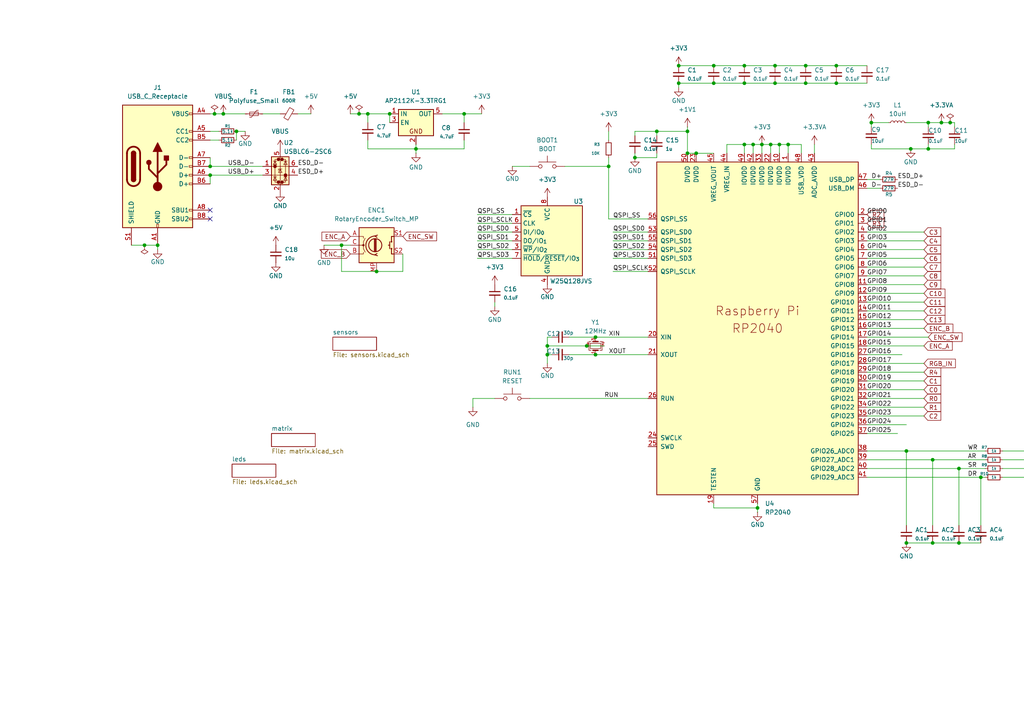
<source format=kicad_sch>
(kicad_sch (version 20250114) (generator "eeschema") (generator_version "9.0")
  (paper "A4")
  (junction (at 220.98 41.91))
  (junction (at 176.53 48.26))
  (junction (at 62.23 33.02))
  (junction (at 215.9 19.05))
  (junction (at 278.13 135.89))
  (junction (at 275.59 35.56))
  (junction (at 215.9 41.91))
  (junction (at 218.44 41.91))
  (junction (at 207.01 19.05))
  (junction (at 242.57 24.13))
  (junction (at 219.71 147.32))
  (junction (at 284.48 138.43))
  (junction (at 106.68 33.02))
  (junction (at 134.62 33.02))
  (junction (at 278.13 157.48))
  (junction (at 60.96 50.8))
  (junction (at 196.85 19.05))
  (junction (at 273.05 35.56))
  (junction (at 223.52 41.91))
  (junction (at 45.72 71.12))
  (junction (at 120.65 43.18))
  (junction (at 172.72 97.79))
  (junction (at 99.06 71.12))
  (junction (at 196.85 24.13))
  (junction (at 269.24 43.18))
  (junction (at 242.57 19.05))
  (junction (at 224.79 24.13))
  (junction (at 158.75 100.33))
  (junction (at 215.9 24.13))
  (junction (at 201.93 44.45))
  (junction (at 104.14 33.02))
  (junction (at 158.75 102.87))
  (junction (at 190.5 38.1))
  (junction (at 60.96 48.26))
  (junction (at 228.6 41.91))
  (junction (at 262.89 157.48))
  (junction (at 199.39 38.1))
  (junction (at 64.77 33.02))
  (junction (at 68.58 38.1))
  (junction (at 226.06 41.91))
  (junction (at 199.39 44.45))
  (junction (at 41.91 71.12))
  (junction (at 233.68 19.05))
  (junction (at 270.51 157.48))
  (junction (at 184.15 45.72))
  (junction (at 109.22 78.74))
  (junction (at 224.79 19.05))
  (junction (at 269.24 35.56))
  (junction (at 270.51 133.35))
  (junction (at 233.68 24.13))
  (junction (at 113.03 33.02))
  (junction (at 172.72 102.87))
  (junction (at 264.16 43.18))
  (junction (at 170.18 100.33))
  (junction (at 207.01 24.13))
  (junction (at 262.89 130.81))
  (junction (at 252.73 35.56))
  (no_connect (at 60.96 60.96))
  (no_connect (at 60.96 63.5))
  (wire (pts (xy 232.41 41.91) (xy 232.41 44.45)))
  (wire (pts (xy 177.8 72.39) (xy 187.96 72.39)))
  (wire (pts (xy 134.62 35.56) (xy 134.62 33.02)))
  (wire (pts (xy 297.18 130.81) (xy 290.83 130.81)))
  (wire (pts (xy 184.15 45.72) (xy 190.5 45.72)))
  (wire (pts (xy 199.39 38.1) (xy 199.39 44.45)))
  (wire (pts (xy 267.97 85.09) (xy 251.46 85.09)))
  (wire (pts (xy 267.97 100.33) (xy 251.46 100.33)))
  (wire (pts (xy 207.01 147.32) (xy 219.71 147.32)))
  (wire (pts (xy 233.68 19.05) (xy 242.57 19.05)))
  (wire (pts (xy 190.5 38.1) (xy 199.39 38.1)))
  (wire (pts (xy 68.58 38.1) (xy 68.58 40.64)))
  (wire (pts (xy 297.18 135.89) (xy 290.83 135.89)))
  (wire (pts (xy 184.15 44.45) (xy 184.15 45.72)))
  (wire (pts (xy 45.72 72.39) (xy 45.72 71.12)))
  (wire (pts (xy 278.13 135.89) (xy 278.13 152.4)))
  (wire (pts (xy 196.85 24.13) (xy 207.01 24.13)))
  (wire (pts (xy 267.97 115.57) (xy 251.46 115.57)))
  (wire (pts (xy 60.96 33.02) (xy 62.23 33.02)))
  (wire (pts (xy 196.85 19.05) (xy 207.01 19.05)))
  (wire (pts (xy 215.9 41.91) (xy 218.44 41.91)))
  (wire (pts (xy 106.68 43.18) (xy 120.65 43.18)))
  (wire (pts (xy 285.75 135.89) (xy 278.13 135.89)))
  (wire (pts (xy 137.16 115.57) (xy 137.16 118.11)))
  (wire (pts (xy 99.06 71.12) (xy 101.6 71.12)))
  (wire (pts (xy 267.97 87.63) (xy 251.46 87.63)))
  (wire (pts (xy 267.97 107.95) (xy 251.46 107.95)))
  (wire (pts (xy 276.86 43.18) (xy 276.86 41.91)))
  (wire (pts (xy 218.44 41.91) (xy 218.44 44.45)))
  (wire (pts (xy 267.97 74.93) (xy 251.46 74.93)))
  (wire (pts (xy 158.75 105.41) (xy 158.75 102.87)))
  (wire (pts (xy 106.68 35.56) (xy 106.68 33.02)))
  (wire (pts (xy 76.2 33.02) (xy 81.28 33.02)))
  (wire (pts (xy 236.22 41.91) (xy 236.22 44.45)))
  (wire (pts (xy 60.96 50.8) (xy 60.96 53.34)))
  (wire (pts (xy 138.43 74.93) (xy 148.59 74.93)))
  (wire (pts (xy 170.18 100.33) (xy 175.26 100.33)))
  (wire (pts (xy 109.22 78.74) (xy 116.84 78.74)))
  (wire (pts (xy 99.06 78.74) (xy 99.06 71.12)))
  (wire (pts (xy 160.02 102.87) (xy 158.75 102.87)))
  (wire (pts (xy 269.24 35.56) (xy 273.05 35.56)))
  (wire (pts (xy 267.97 113.03) (xy 251.46 113.03)))
  (wire (pts (xy 285.75 130.81) (xy 262.89 130.81)))
  (wire (pts (xy 267.97 95.25) (xy 251.46 95.25)))
  (wire (pts (xy 153.67 115.57) (xy 187.96 115.57)))
  (wire (pts (xy 270.51 157.48) (xy 278.13 157.48)))
  (wire (pts (xy 220.98 41.91) (xy 223.52 41.91)))
  (wire (pts (xy 251.46 52.07) (xy 255.27 52.07)))
  (wire (pts (xy 278.13 157.48) (xy 284.48 157.48)))
  (wire (pts (xy 60.96 50.8) (xy 76.2 50.8)))
  (wire (pts (xy 177.8 78.74) (xy 187.96 78.74)))
  (wire (pts (xy 252.73 43.18) (xy 264.16 43.18)))
  (wire (pts (xy 163.83 48.26) (xy 176.53 48.26)))
  (wire (pts (xy 210.82 41.91) (xy 215.9 41.91)))
  (wire (pts (xy 138.43 69.85) (xy 148.59 69.85)))
  (wire (pts (xy 199.39 44.45) (xy 201.93 44.45)))
  (wire (pts (xy 219.71 147.32) (xy 219.71 146.05)))
  (wire (pts (xy 177.8 69.85) (xy 187.96 69.85)))
  (wire (pts (xy 120.65 44.45) (xy 120.65 43.18)))
  (wire (pts (xy 128.27 33.02) (xy 134.62 33.02)))
  (wire (pts (xy 267.97 69.85) (xy 251.46 69.85)))
  (wire (pts (xy 207.01 147.32) (xy 207.01 146.05)))
  (wire (pts (xy 267.97 120.65) (xy 251.46 120.65)))
  (wire (pts (xy 273.05 35.56) (xy 275.59 35.56)))
  (wire (pts (xy 269.24 43.18) (xy 276.86 43.18)))
  (wire (pts (xy 138.43 62.23) (xy 148.59 62.23)))
  (wire (pts (xy 269.24 36.83) (xy 269.24 35.56)))
  (wire (pts (xy 138.43 72.39) (xy 148.59 72.39)))
  (wire (pts (xy 158.75 97.79) (xy 158.75 100.33)))
  (wire (pts (xy 223.52 41.91) (xy 223.52 44.45)))
  (wire (pts (xy 262.89 35.56) (xy 269.24 35.56)))
  (wire (pts (xy 267.97 82.55) (xy 251.46 82.55)))
  (wire (pts (xy 270.51 133.35) (xy 270.51 152.4)))
  (wire (pts (xy 143.51 115.57) (xy 137.16 115.57)))
  (wire (pts (xy 93.98 71.12) (xy 99.06 71.12)))
  (wire (pts (xy 260.35 125.73) (xy 251.46 125.73)))
  (wire (pts (xy 177.8 67.31) (xy 187.96 67.31)))
  (wire (pts (xy 284.48 138.43) (xy 251.46 138.43)))
  (wire (pts (xy 228.6 41.91) (xy 228.6 44.45)))
  (wire (pts (xy 106.68 33.02) (xy 113.03 33.02)))
  (wire (pts (xy 64.77 33.02) (xy 71.12 33.02)))
  (wire (pts (xy 267.97 80.01) (xy 251.46 80.01)))
  (wire (pts (xy 262.89 130.81) (xy 262.89 152.4)))
  (wire (pts (xy 267.97 77.47) (xy 251.46 77.47)))
  (wire (pts (xy 262.89 130.81) (xy 251.46 130.81)))
  (wire (pts (xy 284.48 138.43) (xy 284.48 152.4)))
  (wire (pts (xy 106.68 40.64) (xy 106.68 43.18)))
  (wire (pts (xy 138.43 64.77) (xy 148.59 64.77)))
  (wire (pts (xy 228.6 41.91) (xy 232.41 41.91)))
  (wire (pts (xy 199.39 36.83) (xy 199.39 38.1)))
  (wire (pts (xy 158.75 102.87) (xy 158.75 100.33)))
  (wire (pts (xy 297.18 138.43) (xy 290.83 138.43)))
  (wire (pts (xy 62.23 33.02) (xy 64.77 33.02)))
  (wire (pts (xy 262.89 123.19) (xy 251.46 123.19)))
  (wire (pts (xy 177.8 74.93) (xy 187.96 74.93)))
  (wire (pts (xy 165.1 97.79) (xy 172.72 97.79)))
  (wire (pts (xy 120.65 43.18) (xy 134.62 43.18)))
  (wire (pts (xy 184.15 38.1) (xy 190.5 38.1)))
  (wire (pts (xy 60.96 40.64) (xy 63.5 40.64)))
  (wire (pts (xy 41.91 71.12) (xy 45.72 71.12)))
  (wire (pts (xy 267.97 90.17) (xy 251.46 90.17)))
  (wire (pts (xy 71.12 38.1) (xy 68.58 38.1)))
  (wire (pts (xy 116.84 78.74) (xy 116.84 73.66)))
  (wire (pts (xy 109.22 78.74) (xy 99.06 78.74)))
  (wire (pts (xy 267.97 67.31) (xy 251.46 67.31)))
  (wire (pts (xy 224.79 19.05) (xy 233.68 19.05)))
  (wire (pts (xy 143.51 87.63) (xy 143.51 88.9)))
  (wire (pts (xy 60.96 45.72) (xy 60.96 48.26)))
  (wire (pts (xy 267.97 105.41) (xy 251.46 105.41)))
  (wire (pts (xy 176.53 38.1) (xy 176.53 40.64)))
  (wire (pts (xy 285.75 138.43) (xy 284.48 138.43)))
  (wire (pts (xy 267.97 110.49) (xy 251.46 110.49)))
  (wire (pts (xy 207.01 24.13) (xy 215.9 24.13)))
  (wire (pts (xy 285.75 133.35) (xy 270.51 133.35)))
  (wire (pts (xy 176.53 48.26) (xy 176.53 45.72)))
  (wire (pts (xy 267.97 92.71) (xy 251.46 92.71)))
  (wire (pts (xy 210.82 41.91) (xy 210.82 44.45)))
  (wire (pts (xy 267.97 118.11) (xy 251.46 118.11)))
  (wire (pts (xy 278.13 135.89) (xy 251.46 135.89)))
  (wire (pts (xy 60.96 38.1) (xy 63.5 38.1)))
  (wire (pts (xy 158.75 100.33) (xy 170.18 100.33)))
  (wire (pts (xy 264.16 43.18) (xy 269.24 43.18)))
  (wire (pts (xy 215.9 41.91) (xy 215.9 44.45)))
  (wire (pts (xy 215.9 19.05) (xy 224.79 19.05)))
  (wire (pts (xy 190.5 38.1) (xy 190.5 39.37)))
  (wire (pts (xy 219.71 148.59) (xy 219.71 147.32)))
  (wire (pts (xy 276.86 35.56) (xy 275.59 35.56)))
  (wire (pts (xy 262.89 157.48) (xy 270.51 157.48)))
  (wire (pts (xy 138.43 67.31) (xy 148.59 67.31)))
  (wire (pts (xy 297.18 133.35) (xy 290.83 133.35)))
  (wire (pts (xy 226.06 41.91) (xy 228.6 41.91)))
  (wire (pts (xy 101.6 33.02) (xy 104.14 33.02)))
  (wire (pts (xy 104.14 33.02) (xy 106.68 33.02)))
  (wire (pts (xy 134.62 40.64) (xy 134.62 43.18)))
  (wire (pts (xy 242.57 19.05) (xy 251.46 19.05)))
  (wire (pts (xy 134.62 33.02) (xy 139.7 33.02)))
  (wire (pts (xy 196.85 25.4) (xy 196.85 24.13)))
  (wire (pts (xy 113.03 33.02) (xy 113.03 35.56)))
  (wire (pts (xy 267.97 72.39) (xy 251.46 72.39)))
  (wire (pts (xy 270.51 133.35) (xy 251.46 133.35)))
  (wire (pts (xy 176.53 63.5) (xy 187.96 63.5)))
  (wire (pts (xy 158.75 97.79) (xy 160.02 97.79)))
  (wire (pts (xy 252.73 35.56) (xy 257.81 35.56)))
  (wire (pts (xy 165.1 102.87) (xy 172.72 102.87)))
  (wire (pts (xy 220.98 41.91) (xy 220.98 44.45)))
  (wire (pts (xy 215.9 24.13) (xy 224.79 24.13)))
  (wire (pts (xy 184.15 38.1) (xy 184.15 39.37)))
  (wire (pts (xy 261.62 102.87) (xy 251.46 102.87)))
  (wire (pts (xy 251.46 54.61) (xy 255.27 54.61)))
  (wire (pts (xy 201.93 44.45) (xy 207.01 44.45)))
  (wire (pts (xy 269.24 97.79) (xy 251.46 97.79)))
  (wire (pts (xy 172.72 97.79) (xy 187.96 97.79)))
  (wire (pts (xy 223.52 41.91) (xy 226.06 41.91)))
  (wire (pts (xy 233.68 24.13) (xy 242.57 24.13)))
  (wire (pts (xy 120.65 43.18) (xy 120.65 41.91)))
  (wire (pts (xy 226.06 41.91) (xy 226.06 44.45)))
  (wire (pts (xy 218.44 41.91) (xy 220.98 41.91)))
  (wire (pts (xy 252.73 43.18) (xy 252.73 41.91)))
  (wire (pts (xy 224.79 24.13) (xy 233.68 24.13)))
  (wire (pts (xy 242.57 24.13) (xy 251.46 24.13)))
  (wire (pts (xy 207.01 19.05) (xy 215.9 19.05)))
  (wire (pts (xy 60.96 48.26) (xy 76.2 48.26)))
  (wire (pts (xy 252.73 35.56) (xy 252.73 36.83)))
  (wire (pts (xy 176.53 63.5) (xy 176.53 48.26)))
  (wire (pts (xy 269.24 43.18) (xy 269.24 41.91)))
  (wire (pts (xy 172.72 102.87) (xy 187.96 102.87)))
  (wire (pts (xy 38.1 71.12) (xy 41.91 71.12)))
  (wire (pts (xy 276.86 36.83) (xy 276.86 35.56)))
  (wire (pts (xy 148.59 48.26) (xy 153.67 48.26)))
  (wire (pts (xy 190.5 44.45) (xy 190.5 45.72)))
  (wire (pts (xy 90.17 33.02) (xy 86.36 33.02)))
  (label "QSPI_SCLK" (at 138.43 64.77 0))
  (label "GPIO21" (at 251.46 115.57 0))
  (label "WR" (at 280.67 130.81 0))
  (label "ESD_D-" (at 260.35 54.61 0))
  (label "ESD_D-" (at 86.36 48.26 0))
  (label "AR" (at 280.67 133.35 0))
  (label "GPIO1" (at 251.46 64.77 0))
  (label "D+" (at 252.73 52.07 0))
  (label "GPIO15" (at 251.46 100.33 0))
  (label "QSPI_SCLK" (at 177.8 78.74 0))
  (label "ESD_D+" (at 86.36 50.8 0))
  (label "QSPI_SS" (at 177.8 63.5 0))
  (label "GPIO20" (at 251.46 113.03 0))
  (label "GPIO0" (at 251.46 62.23 0))
  (label "RUN" (at 175.26 115.57 0))
  (label "ESD_D+" (at 260.35 52.07 0))
  (label "GPIO17" (at 251.46 105.41 0))
  (label "GPIO25" (at 251.46 125.73 0))
  (label "GPIO11" (at 251.46 90.17 0))
  (label "QSPI_SD0" (at 177.8 67.31 0))
  (label "SR" (at 280.67 135.89 0))
  (label "D-" (at 252.73 54.61 0))
  (label "GPIO14" (at 251.46 97.79 0))
  (label "GPIO10" (at 251.46 87.63 0))
  (label "GPIO13" (at 251.46 95.25 0))
  (label "XIN" (at 176.53 97.79 0))
  (label "GPIO22" (at 251.46 118.11 0))
  (label "QSPI_SS" (at 138.43 62.23 0))
  (label "GPIO3" (at 251.46 69.85 0))
  (label "GPIO9" (at 251.46 85.09 0))
  (label "QPSI_SD3" (at 177.8 74.93 0))
  (label "GPIO24" (at 251.46 123.19 0))
  (label "GPIO8" (at 251.46 82.55 0))
  (label "GPIO12" (at 251.46 92.71 0))
  (label "QSPI_SD1" (at 177.8 69.85 0))
  (label "QSPI_SD2" (at 138.43 72.39 0))
  (label "GPIO7" (at 251.46 80.01 0))
  (label "USB_D-" (at 66.04 48.26 0))
  (label "QPSI_SD3" (at 138.43 74.93 0))
  (label "DR" (at 280.67 138.43 0))
  (label "GPIO19" (at 251.46 110.49 0))
  (label "GPIO23" (at 251.46 120.65 0))
  (label "GPIO5" (at 251.46 74.93 0))
  (label "GPIO18" (at 251.46 107.95 0))
  (label "XOUT" (at 176.53 102.87 0))
  (label "USB_D+" (at 66.04 50.8 0))
  (label "QSPI_SD1" (at 138.43 69.85 0))
  (label "QSPI_SD2" (at 177.8 72.39 0))
  (label "GPIO2" (at 251.46 67.31 0))
  (label "GPIO16" (at 251.46 102.87 0))
  (label "GPIO4" (at 251.46 72.39 0))
  (label "GPIO6" (at 251.46 77.47 0))
  (label "QSPI_SD0" (at 138.43 67.31 0))
  (global_label "C8" (shape input) (at 267.97 80.01 0) (property "Intersheetrefs" "${INTERSHEET_REFS}" (effects (hide yes))))
  (global_label "ENC_B" (shape input) (at 267.97 95.25 0) (property "Intersheetrefs" "${INTERSHEET_REFS}" (effects (hide yes))))
  (global_label "C9" (shape input) (at 267.97 82.55 0) (property "Intersheetrefs" "${INTERSHEET_REFS}" (effects (hide yes))))
  (global_label "R0" (shape input) (at 267.97 115.57 0) (property "Intersheetrefs" "${INTERSHEET_REFS}" (effects (hide yes))))
  (global_label "HE3_S" (shape input) (at 297.18 135.89 0) (property "Intersheetrefs" "${INTERSHEET_REFS}" (effects (hide yes))))
  (global_label "R2" (shape input) (at 251.46 62.23 0) (property "Intersheetrefs" "${INTERSHEET_REFS}" (effects (hide yes))))
  (global_label "C1" (shape input) (at 267.97 110.49 0) (property "Intersheetrefs" "${INTERSHEET_REFS}" (effects (hide yes))))
  (global_label "ENC_B" (shape input) (at 101.6 73.66 180) (property "Intersheetrefs" "${INTERSHEET_REFS}" (effects (hide yes))))
  (global_label "C5" (shape input) (at 267.97 72.39 0) (property "Intersheetrefs" "${INTERSHEET_REFS}" (effects (hide yes))))
  (global_label "HE4_D" (shape input) (at 297.18 138.43 0) (property "Intersheetrefs" "${INTERSHEET_REFS}" (effects (hide yes))))
  (global_label "C2" (shape input) (at 267.97 120.65 0) (property "Intersheetrefs" "${INTERSHEET_REFS}" (effects (hide yes))))
  (global_label "ENC_SW" (shape input) (at 269.24 97.79 0) (property "Intersheetrefs" "${INTERSHEET_REFS}" (effects (hide yes))))
  (global_label "ENC_A" (shape input) (at 267.97 100.33 0) (property "Intersheetrefs" "${INTERSHEET_REFS}" (effects (hide yes))))
  (global_label "RGB_IN" (shape input) (at 267.97 105.41 0) (property "Intersheetrefs" "${INTERSHEET_REFS}" (effects (hide yes))))
  (global_label "C3" (shape input) (at 267.97 67.31 0) (property "Intersheetrefs" "${INTERSHEET_REFS}" (effects (hide yes))))
  (global_label "C10" (shape input) (at 267.97 85.09 0) (property "Intersheetrefs" "${INTERSHEET_REFS}" (effects (hide yes))))
  (global_label "C13" (shape input) (at 267.97 92.71 0) (property "Intersheetrefs" "${INTERSHEET_REFS}" (effects (hide yes))))
  (global_label "HE1_W" (shape input) (at 297.18 130.81 0) (property "Intersheetrefs" "${INTERSHEET_REFS}" (effects (hide yes))))
  (global_label "R1" (shape input) (at 267.97 118.11 0) (property "Intersheetrefs" "${INTERSHEET_REFS}" (effects (hide yes))))
  (global_label "R3" (shape input) (at 251.46 64.77 0) (property "Intersheetrefs" "${INTERSHEET_REFS}" (effects (hide yes))))
  (global_label "C6" (shape input) (at 267.97 74.93 0) (property "Intersheetrefs" "${INTERSHEET_REFS}" (effects (hide yes))))
  (global_label "C12" (shape input) (at 267.97 90.17 0) (property "Intersheetrefs" "${INTERSHEET_REFS}" (effects (hide yes))))
  (global_label "C11" (shape input) (at 267.97 87.63 0) (property "Intersheetrefs" "${INTERSHEET_REFS}" (effects (hide yes))))
  (global_label "ENC_A" (shape input) (at 101.6 68.58 180) (property "Intersheetrefs" "${INTERSHEET_REFS}" (effects (hide yes))))
  (global_label "R4" (shape input) (at 267.97 107.95 0) (property "Intersheetrefs" "${INTERSHEET_REFS}" (effects (hide yes))))
  (global_label "HE2_A" (shape input) (at 297.18 133.35 0) (property "Intersheetrefs" "${INTERSHEET_REFS}" (effects (hide yes))))
  (global_label "C4" (shape input) (at 267.97 69.85 0) (property "Intersheetrefs" "${INTERSHEET_REFS}" (effects (hide yes))))
  (global_label "C7" (shape input) (at 267.97 77.47 0) (property "Intersheetrefs" "${INTERSHEET_REFS}" (effects (hide yes))))
  (global_label "ENC_SW" (shape input) (at 116.84 68.58 0) (property "Intersheetrefs" "${INTERSHEET_REFS}" (effects (hide yes))))
  (global_label "C0" (shape input) (at 267.97 113.03 0) (property "Intersheetrefs" "${INTERSHEET_REFS}" (effects (hide yes))))
  (symbol (lib_id "PCM_Voltage_Regulator_AKL:AP2112K-3.3TRG1") (at 120.65 35.56 0) (unit 1)
    (property "Reference" "U1" (at 120.65 26.67 0))
    (property "Value" "AP2112K-3.3TRG1" (at 120.65 29.21 0))
    (property "Footprint" "PCM_Package_TO_SOT_SMD_AKL:SOT-23-5" (effects (hide yes)))
    (property "Datasheet" "https://www.diodes.com/assets/Datasheets/AP2112.pdf" (effects (hide yes)))
    (property "Description" "SOT-23-5 3.3V 600mA low dropout voltage regulator with enable, Alternate KiCad Library" (effects (hide yes)))
  )
  (symbol (lib_id "PCM_4ms_Power-symbol:+3.3V") (at 158.75 57.15 0) (unit 1)
    (property "Reference" "#PWR019" (effects (hide yes)))
    (property "Value" "+3V3" (at 158.75 52.07 0))
  )
  (symbol (lib_id "Mars_Library:C_0.1uF_0402") (at 143.51 85.09 0) (unit 1)
    (property "Reference" "C16" (at 146.05 83.8262 0) (effects (justify left)))
    (property "Value" "0.1uF" (at 146.05 86.3663 0) (effects (font (size 1 1)) (justify left)))
    (property "Footprint" "Mars_Library:C_0402" (effects (hide yes)))
    (property "Description" "Unpolarized capacitor, small symbol" (effects (hide yes)))
  )
  (symbol (lib_id "power:GND") (at 158.75 105.41 0) (unit 1)
    (property "Reference" "#PWR022" (effects (hide yes)))
    (property "Value" "GND" (at 158.75 108.966 0))
    (property "Description" "Power symbol creates a global label with name \"GND\" , ground" (effects (hide yes)))
  )
  (symbol (lib_id "Mars_Library:FerriteBead_0805") (at 83.82 33.02 90) (unit 1)
    (property "Reference" "FB1" (at 83.7819 26.67 90))
    (property "Value" "600R" (at 83.7819 29.21 90) (effects (font (size 1 1))))
    (property "Footprint" "Mars_Library:Ferrite_0805" (effects (hide yes)))
    (property "Description" "Ferrite bead, small symbol" (effects (hide yes)))
  )
  (symbol (lib_id "Mars_Library:R_0402") (at 288.29 138.43 90) (unit 1)
    (property "Reference" "R10" (at 285.496 137.414 90) (effects (font (size 0.8 0.8))))
    (property "Value" "1k" (at 288.29 138.43 90) (effects (font (size 0.8 0.8))))
    (property "Footprint" "Mars_Library:R_0402" (effects (hide yes)))
    (property "Description" "Resistor, small symbol" (effects (hide yes)))
  )
  (symbol (lib_id "Mars_Library:C_0.1uF_0402") (at 224.79 21.59 0) (unit 1)
    (property "Reference" "C4" (at 227.33 20.3262 0) (effects (justify left)))
    (property "Value" "0.1uF" (at 227.33 22.8663 0) (effects (font (size 1 1)) (justify left)))
    (property "Footprint" "Mars_Library:C_0402" (effects (hide yes)))
    (property "Description" "Unpolarized capacitor, small symbol" (effects (hide yes)))
  )
  (symbol (lib_id "power:GND") (at 158.75 82.55 0) (unit 1)
    (property "Reference" "#PWR021" (effects (hide yes)))
    (property "Value" "GND" (at 158.75 86.106 0))
    (property "Description" "Power symbol creates a global label with name \"GND\" , ground" (effects (hide yes)))
  )
  (symbol (lib_id "Mars_Library:R_0603") (at 176.53 43.18 0) (mirror y) (unit 1)
    (property "Reference" "R3" (at 173.99 41.91 0) (effects (font (size 0.8 0.8)) (justify left)))
    (property "Value" "10K" (at 173.99 44.45 0) (effects (font (size 0.8 0.8)) (justify left)))
    (property "Footprint" "Mars_Library:R_0603" (effects (hide yes)))
    (property "Description" "Resistor, small symbol" (effects (hide yes)))
  )
  (symbol (lib_id "Mars_Library:C_0.1uF_0402") (at 242.57 21.59 0) (unit 1)
    (property "Reference" "C6" (at 245.11 20.3262 0) (effects (justify left)))
    (property "Value" "0.1uF" (at 245.11 22.8663 0) (effects (font (size 1 1)) (justify left)))
    (property "Footprint" "Mars_Library:C_0402" (effects (hide yes)))
    (property "Description" "Unpolarized capacitor, small symbol" (effects (hide yes)))
  )
  (symbol (lib_id "PCM_4ms_Power-symbol:+3.3V") (at 220.98 41.91 0) (unit 1)
    (property "Reference" "#PWR012" (effects (hide yes)))
    (property "Value" "+3V3" (at 220.98 36.83 0))
  )
  (symbol (lib_id "Mars_Library:R_5.1k_0603") (at 66.04 38.1 90) (unit 1)
    (property "Reference" "R1" (at 66.04 36.576 90) (effects (font (size 0.8 0.8))))
    (property "Value" "5.1k" (at 66.04 38.1 90) (effects (font (size 1 1))))
    (property "Footprint" "Mars_Library:R_0603" (effects (hide yes)))
    (property "Description" "Resistor, small symbol" (effects (hide yes)))
  )
  (symbol (lib_id "Mars_Library:R_0402") (at 288.29 135.89 90) (unit 1)
    (property "Reference" "R9" (at 285.496 134.874 90) (effects (font (size 0.8 0.8))))
    (property "Value" "1k" (at 288.29 135.89 90) (effects (font (size 0.8 0.8))))
    (property "Footprint" "Mars_Library:R_0402" (effects (hide yes)))
    (property "Description" "Resistor, small symbol" (effects (hide yes)))
  )
  (symbol (lib_id "power:GND") (at 184.15 45.72 0) (mirror y) (unit 1)
    (property "Reference" "#PWR0203" (effects (hide yes)))
    (property "Value" "GND" (at 184.15 49.53 0))
    (property "Description" "Power symbol creates a global label with name \"GND\" , ground" (effects (hide yes)))
  )
  (symbol (lib_id "power:VBUS") (at 64.77 33.02 0) (unit 1)
    (property "Reference" "#PWR03" (effects (hide yes)))
    (property "Value" "VBUS" (at 64.77 27.94 0))
    (property "Description" "Power symbol creates a global label with name \"VBUS\"" (effects (hide yes)))
  )
  (symbol (lib_id "Mars_Library:USB_C_Receptacle_USB2.0_16P") (at 45.72 48.26 0) (unit 1)
    (property "Reference" "J1" (at 45.72 25.4 0))
    (property "Value" "USB_C_Receptacle" (at 45.72 27.94 0))
    (property "Footprint" "Mars_Library:USB_C_Receptacle_HRO_TYPE-C-31-M-12 (16P)" (effects (hide yes)))
    (property "Datasheet" "https://www.usb.org/sites/default/files/documents/usb_type-c.zip" (effects (hide yes)))
    (property "Description" "USB 2.0-only 16P Type-C Receptacle connector" (effects (hide yes)))
  )
  (symbol (lib_id "power:GND") (at 264.16 43.18 0) (unit 1)
    (property "Reference" "#PWR015" (effects (hide yes)))
    (property "Value" "GND" (at 264.16 46.99 0))
    (property "Description" "Power symbol creates a global label with name \"GND\" , ground" (effects (hide yes)))
  )
  (symbol (lib_id "power:GND") (at 71.12 38.1 0) (unit 1)
    (property "Reference" "#PWR09" (effects (hide yes)))
    (property "Value" "GND" (at 71.12 41.656 0))
    (property "Description" "Power symbol creates a global label with name \"GND\" , ground" (effects (hide yes)))
  )
  (symbol (lib_id "Mars_Library:C_0603") (at 162.56 97.79 90) (unit 1)
    (property "Reference" "C12" (at 160.528 96.774 90))
    (property "Value" "30p" (at 164.846 96.52 90) (effects (font (size 1 1))))
    (property "Footprint" "Capacitor_SMD:C_0603_1608Metric_Pad1.08x0.95mm_HandSolder" (effects (hide yes)))
    (property "Description" "Unpolarized capacitor, small symbol" (effects (hide yes)))
  )
  (symbol (lib_id "Mars_Library:C_0603") (at 269.24 39.37 0) (unit 1)
    (property "Reference" "C10" (at 269.24 37.846 0) (effects (justify left)))
    (property "Value" "0.1uF" (at 269.24 40.8941 0) (effects (font (size 1 1)) (justify left)))
    (property "Footprint" "Capacitor_SMD:C_0603_1608Metric_Pad1.08x0.95mm_HandSolder" (effects (hide yes)))
    (property "Description" "Unpolarized capacitor, small symbol" (effects (hide yes)))
  )
  (symbol (lib_id "Mars_Library:C_0.1uF_0402") (at 196.85 21.59 0) (unit 1)
    (property "Reference" "C1" (at 199.39 20.3262 0) (effects (justify left)))
    (property "Value" "0.1uF" (at 199.39 22.8663 0) (effects (font (size 1 1)) (justify left)))
    (property "Footprint" "Mars_Library:C_0402" (effects (hide yes)))
    (property "Description" "Unpolarized capacitor, small symbol" (effects (hide yes)))
  )
  (symbol (lib_id "Mars_Library:C_0805") (at 134.62 38.1 0) (unit 1)
    (property "Reference" "C8" (at 128.016 37.084 0) (effects (justify left)))
    (property "Value" "4.7uF" (at 127.508 39.6241 0) (effects (font (size 1 1)) (justify left)))
    (property "Footprint" "Capacitor_SMD:C_0805_2012Metric" (effects (hide yes)))
    (property "Description" "Unpolarized capacitor, small symbol" (effects (hide yes)))
  )
  (symbol (lib_id "Mars_Library:RP2040") (at 219.71 95.25 0) (unit 1)
    (property "Reference" "U4" (at 221.8533 146.05 0) (effects (justify left)))
    (property "Value" "RP2040" (at 221.8533 148.59 0) (effects (justify left)))
    (property "Footprint" "Package_DFN_QFN:QFN-56-1EP_7x7mm_P0.4mm_EP3.2x3.2mm" (effects (hide yes)))
  )
  (symbol (lib_id "PCM_4ms_Power-symbol:+3.3V") (at 252.73 35.56 0) (unit 1)
    (property "Reference" "#PWR07" (effects (hide yes)))
    (property "Value" "+3V3" (at 252.73 30.48 0))
  )
  (symbol (lib_id "Mars_Library:SW_Push_Momentary") (at 148.59 115.57 0) (unit 1)
    (property "Reference" "RUN1" (at 148.59 107.95 0))
    (property "Value" "RESET" (at 148.59 110.49 0))
    (property "Footprint" "Button_Switch_SMD:SW_SPST_EVQP2_MiddlePushTravel_H2.5mm" (effects (hide yes)))
    (property "Description" "Push button switch, generic, two pins" (effects (hide yes)))
  )
  (symbol (lib_id "Mars_Library:C_0.1uF_0402") (at 278.13 154.94 0) (unit 1)
    (property "Reference" "AC3" (at 280.67 153.6762 0) (effects (justify left)))
    (property "Value" "0.1uF" (at 280.67 156.2163 0) (effects (font (size 1 1)) (justify left)))
    (property "Footprint" "Mars_Library:C_0402" (effects (hide yes)))
    (property "Description" "Unpolarized capacitor, small symbol" (effects (hide yes)))
  )
  (symbol (lib_id "PCM_4ms_Power-symbol:+3.3V") (at 139.7 33.02 0) (unit 1)
    (property "Reference" "#PWR06" (effects (hide yes)))
    (property "Value" "+3V3" (at 139.7 27.94 0))
  )
  (symbol (lib_id "power:+5V") (at 80.01 71.12 0) (unit 1)
    (property "Reference" "#PWR0165" (effects (hide yes)))
    (property "Value" "+5V" (at 80.01 66.04 0))
    (property "Description" "Power symbol creates a global label with name \"+5V\"" (effects (hide yes)))
  )
  (symbol (lib_id "Mars_Library:C_0.1uF_0402") (at 184.15 41.91 0) (unit 1)
    (property "Reference" "C14" (at 186.69 40.6462 0) (effects (justify left)))
    (property "Value" "0.1uF" (at 186.69 43.1863 0) (effects (font (size 1 1)) (justify left)))
    (property "Footprint" "Mars_Library:C_0402" (effects (hide yes)))
    (property "Description" "Unpolarized capacitor, small symbol" (effects (hide yes)))
  )
  (symbol (lib_id "Mars_Library:L_10uH_0805") (at 260.35 35.56 90) (unit 1)
    (property "Reference" "L1" (at 260.35 30.48 90))
    (property "Value" "10uH" (at 260.35 33.02 90))
    (property "Footprint" "Inductor_SMD:L_0805_2012Metric" (effects (hide yes)))
    (property "Description" "Inductor, small symbol" (effects (hide yes)))
  )
  (symbol (lib_id "Mars_Library:C_0805") (at 106.68 38.1 0) (unit 1)
    (property "Reference" "C7" (at 109.22 36.8362 0) (effects (justify left)))
    (property "Value" "4.7uF" (at 109.22 39.3763 0) (effects (font (size 1 1)) (justify left)))
    (property "Footprint" "Capacitor_SMD:C_0805_2012Metric" (effects (hide yes)))
    (property "Description" "Unpolarized capacitor, small symbol" (effects (hide yes)))
  )
  (symbol (lib_id "Mars_Library:C_0.1uF_0402") (at 190.5 41.91 0) (unit 1)
    (property "Reference" "C15" (at 193.04 40.6462 0) (effects (justify left)))
    (property "Value" "1u" (at 193.04 43.1863 0) (effects (font (size 1 1)) (justify left)))
    (property "Footprint" "Mars_Library:C_0402" (effects (hide yes)))
    (property "Description" "Unpolarized capacitor, small symbol" (effects (hide yes)))
  )
  (symbol (lib_id "Mars_Library:C_0603") (at 252.73 39.37 0) (unit 1)
    (property "Reference" "C9" (at 252.73 37.592 0) (effects (justify left)))
    (property "Value" "10uF" (at 252.73 40.894 0) (effects (font (size 1 1)) (justify left)))
    (property "Footprint" "Capacitor_SMD:C_0603_1608Metric_Pad1.08x0.95mm_HandSolder" (effects (hide yes)))
    (property "Description" "Unpolarized capacitor, small symbol" (effects (hide yes)))
  )
  (symbol (lib_id "PCM_4ms_Power-symbol:+3.3V") (at 236.22 41.91 0) (unit 1)
    (property "Reference" "#PWR013" (effects (hide yes)))
    (property "Value" "+3.3VA" (at 236.22 36.83 0))
  )
  (symbol (lib_id "Mars_Library:C_0805") (at 80.01 73.66 0) (unit 1)
    (property "Reference" "C18" (at 82.55 72.3962 0) (effects (justify left)))
    (property "Value" "10u" (at 82.55 74.9363 0) (effects (font (size 1 1)) (justify left)))
    (property "Footprint" "Capacitor_SMD:C_0805_2012Metric" (effects (hide yes)))
    (property "Description" "Unpolarized capacitor, small symbol" (effects (hide yes)))
  )
  (symbol (lib_id "Mars_Library:C_0.1uF_0402") (at 262.89 154.94 0) (unit 1)
    (property "Reference" "AC1" (at 265.43 153.6762 0) (effects (justify left)))
    (property "Value" "0.1uF" (at 265.43 156.2163 0) (effects (font (size 1 1)) (justify left)))
    (property "Footprint" "Mars_Library:C_0402" (effects (hide yes)))
    (property "Description" "Unpolarized capacitor, small symbol" (effects (hide yes)))
  )
  (symbol (lib_id "power:PWR_FLAG") (at 275.59 35.56 0) (unit 1)
    (property "Reference" "#FLG04" (effects (hide yes)))
    (property "Value" "PWR_FLAG" (effects (hide yes)))
    (property "Description" "Special symbol for telling ERC where power comes from" (effects (hide yes)))
  )
  (symbol (lib_id "PCM_4ms_Power-symbol:+3.3V") (at 176.53 38.1 0) (unit 1)
    (property "Reference" "#PWR010" (effects (hide yes)))
    (property "Value" "+3V3" (at 176.53 33.02 0))
  )
  (symbol (lib_id "Mars_Library:C_0603") (at 162.56 102.87 90) (unit 1)
    (property "Reference" "C13" (at 160.528 101.854 90))
    (property "Value" "30p" (at 164.846 103.886 90) (effects (font (size 1 1))))
    (property "Footprint" "Capacitor_SMD:C_0603_1608Metric_Pad1.08x0.95mm_HandSolder" (effects (hide yes)))
    (property "Description" "Unpolarized capacitor, small symbol" (effects (hide yes)))
  )
  (symbol (lib_id "power:GND") (at 219.71 148.59 0) (unit 1)
    (property "Reference" "#PWR0167" (effects (hide yes)))
    (property "Value" "GND" (at 219.71 152.146 0))
    (property "Description" "Power symbol creates a global label with name \"GND\" , ground" (effects (hide yes)))
  )
  (symbol (lib_id "Mars_Library:Crystal_12MHz_3225_GND24") (at 172.72 100.33 90) (unit 1)
    (property "Reference" "Y1" (at 172.72 93.472 90))
    (property "Value" "12MHz" (at 172.72 96.012 90))
    (property "Footprint" "Crystal:Crystal_SMD_3225-4Pin_3.2x2.5mm" (effects (hide yes)))
    (property "Description" "Four pin crystal, GND on pins 2 and 4, small symbol" (effects (hide yes)))
  )
  (symbol (lib_id "Mars_Library:R_5.1k_0603") (at 66.04 40.64 90) (unit 1)
    (property "Reference" "R2" (at 66.04 42.164 90) (effects (font (size 0.8 0.8))))
    (property "Value" "5.1k" (at 66.04 40.64 90) (effects (font (size 1 1))))
    (property "Footprint" "Mars_Library:R_0603" (effects (hide yes)))
    (property "Description" "Resistor, small symbol" (effects (hide yes)))
  )
  (symbol (lib_id "power:+5V") (at 90.17 33.02 0) (unit 1)
    (property "Reference" "#PWR04" (effects (hide yes)))
    (property "Value" "+5V" (at 90.17 27.94 0))
    (property "Description" "Power symbol creates a global label with name \"+5V\"" (effects (hide yes)))
  )
  (symbol (lib_id "power:GND") (at 148.59 48.26 0) (unit 1)
    (property "Reference" "#PWR017" (effects (hide yes)))
    (property "Value" "GND" (at 148.59 51.816 0))
    (property "Description" "Power symbol creates a global label with name \"GND\" , ground" (effects (hide yes)))
  )
  (symbol (lib_id "power:GND") (at 93.98 71.12 0) (unit 1)
    (property "Reference" "#PWR0202" (effects (hide yes)))
    (property "Value" "GND" (at 93.98 76.2 0))
    (property "Description" "Power symbol creates a global label with name \"GND\" , ground" (effects (hide yes)))
  )
  (symbol (lib_id "power:GND") (at 81.28 55.88 0) (unit 1)
    (property "Reference" "#PWR018" (effects (hide yes)))
    (property "Value" "GND" (at 81.28 59.69 0))
    (property "Description" "Power symbol creates a global label with name \"GND\" , ground" (effects (hide yes)))
  )
  (symbol (lib_id "power:GND") (at 196.85 25.4 0) (unit 1)
    (property "Reference" "#PWR02" (effects (hide yes)))
    (property "Value" "GND" (at 196.85 29.21 0))
    (property "Description" "Power symbol creates a global label with name \"GND\" , ground" (effects (hide yes)))
  )
  (symbol (lib_id "power:PWR_FLAG") (at 62.23 33.02 0) (unit 1)
    (property "Reference" "#FLG02" (effects (hide yes)))
    (property "Value" "PWR_FLAG" (effects (hide yes)))
    (property "Description" "Special symbol for telling ERC where power comes from" (effects (hide yes)))
  )
  (symbol (lib_id "PCM_4ms_Power-symbol:+3.3V") (at 273.05 35.56 0) (unit 1)
    (property "Reference" "#PWR08" (effects (hide yes)))
    (property "Value" "+3.3VA" (at 273.05 30.48 0))
  )
  (symbol (lib_id "Mars_Library:C_0603") (at 276.86 39.37 0) (unit 1)
    (property "Reference" "C11" (at 276.86 37.846 0) (effects (justify left)))
    (property "Value" "10uF" (at 276.86 40.8941 0) (effects (font (size 1 1)) (justify left)))
    (property "Footprint" "Capacitor_SMD:C_0603_1608Metric_Pad1.08x0.95mm_HandSolder" (effects (hide yes)))
    (property "Description" "Unpolarized capacitor, small symbol" (effects (hide yes)))
  )
  (symbol (lib_id "Mars_Library:R_0402") (at 288.29 130.81 90) (unit 1)
    (property "Reference" "R7" (at 285.496 129.794 90) (effects (font (size 0.8 0.8))))
    (property "Value" "1k" (at 288.29 130.81 90) (effects (font (size 0.8 0.8))))
    (property "Footprint" "Mars_Library:R_0402" (effects (hide yes)))
    (property "Description" "Resistor, small symbol" (effects (hide yes)))
  )
  (symbol (lib_id "Mars_Library:C_0.1uF_0402") (at 215.9 21.59 0) (unit 1)
    (property "Reference" "C3" (at 218.44 20.3262 0) (effects (justify left)))
    (property "Value" "0.1uF" (at 218.44 22.8663 0) (effects (font (size 1 1)) (justify left)))
    (property "Footprint" "Mars_Library:C_0402" (effects (hide yes)))
    (property "Description" "Unpolarized capacitor, small symbol" (effects (hide yes)))
  )
  (symbol (lib_id "Mars_Library:SW_Push_Momentary") (at 158.75 48.26 0) (unit 1)
    (property "Reference" "BOOT1" (at 158.75 40.64 0))
    (property "Value" "BOOT" (at 158.75 43.18 0))
    (property "Footprint" "Button_Switch_SMD:SW_SPST_EVQP2_MiddlePushTravel_H2.5mm" (effects (hide yes)))
    (property "Description" "Push button switch, generic, two pins" (effects (hide yes)))
  )
  (symbol (lib_id "power:PWR_FLAG") (at 41.91 71.12 180) (unit 1)
    (property "Reference" "#FLG05" (effects (hide yes)))
    (property "Value" "PWR_FLAG" (effects (hide yes)))
    (property "Description" "Special symbol for telling ERC where power comes from" (effects (hide yes)))
  )
  (symbol (lib_id "Memory_Flash:W25Q128JVS") (at 158.75 69.85 0) (unit 1)
    (property "Reference" "U3" (at 166.37 58.42 0) (effects (justify left)))
    (property "Value" "W25Q128JVS" (at 159.512 81.534 0) (effects (justify left)))
    (property "Footprint" "Package_SO:SOIC-8_5.3x5.3mm_P1.27mm" (effects (hide yes)))
    (property "Datasheet" "https://www.winbond.com/resource-files/w25q128jv_dtr%20revc%2003272018%20plus.pdf" (effects (hide yes)))
    (property "Description" "128Mbit / 16MiB Serial Flash Memory, Standard/Dual/Quad SPI, 2.7-3.6V, SOIC-8" (effects (hide yes)))
  )
  (symbol (lib_id "Mars_Library:R_27R_0603") (at 257.81 52.07 90) (unit 1)
    (property "Reference" "R4" (at 257.81 50.292 90) (effects (font (size 1.016 1.016))))
    (property "Value" "27R" (at 257.81 52.07 90) (effects (font (size 1 1))))
    (property "Footprint" "Mars_Library:R_0603" (effects (hide yes)))
    (property "Description" "Resistor, small symbol" (effects (hide yes)))
  )
  (symbol (lib_id "Mars_Library:C_0.1uF_0402") (at 270.51 154.94 0) (unit 1)
    (property "Reference" "AC2" (at 273.05 153.6762 0) (effects (justify left)))
    (property "Value" "0.1uF" (at 273.05 156.2163 0) (effects (font (size 1 1)) (justify left)))
    (property "Footprint" "Mars_Library:C_0402" (effects (hide yes)))
    (property "Description" "Unpolarized capacitor, small symbol" (effects (hide yes)))
  )
  (symbol (lib_id "Mars_Library:C_0.1uF_0402") (at 251.46 21.59 0) (unit 1)
    (property "Reference" "C17" (at 254 20.3262 0) (effects (justify left)))
    (property "Value" "0.1uF" (at 254 22.8663 0) (effects (font (size 1 1)) (justify left)))
    (property "Footprint" "Mars_Library:C_0402" (effects (hide yes)))
    (property "Description" "Unpolarized capacitor, small symbol" (effects (hide yes)))
  )
  (symbol (lib_id "power:GND") (at 120.65 44.45 0) (unit 1)
    (property "Reference" "#PWR016" (effects (hide yes)))
    (property "Value" "GND" (at 120.65 48.514 0))
    (property "Description" "Power symbol creates a global label with name \"GND\" , ground" (effects (hide yes)))
  )
  (symbol (lib_id "power:GND") (at 80.01 76.2 0) (unit 1)
    (property "Reference" "#PWR0166" (effects (hide yes)))
    (property "Value" "GND" (at 80.01 80.01 0))
    (property "Description" "Power symbol creates a global label with name \"GND\" , ground" (effects (hide yes)))
  )
  (symbol (lib_id "PCM_4ms_Power-symbol:+3.3V") (at 196.85 19.05 0) (unit 1)
    (property "Reference" "#PWR01" (effects (hide yes)))
    (property "Value" "+3V3" (at 196.85 13.97 0))
  )
  (symbol (lib_id "Power_Protection:USBLC6-2SC6") (at 81.28 48.26 0) (unit 1)
    (property "Reference" "U2" (at 82.296 41.402 0) (effects (justify left)))
    (property "Value" "USBLC6-2SC6" (at 82.296 43.942 0) (effects (justify left)))
    (property "Footprint" "Package_TO_SOT_SMD:SOT-23-6" (effects (hide yes)))
    (property "Datasheet" "https://www.st.com/resource/en/datasheet/usblc6-2.pdf" (effects (hide yes)))
    (property "Description" "Very low capacitance ESD protection diode, 2 data-line, SOT-23-6" (effects (hide yes)))
  )
  (symbol (lib_id "power:PWR_FLAG") (at 104.14 33.02 0) (unit 1)
    (property "Reference" "#FLG03" (effects (hide yes)))
    (property "Value" "PWR_FLAG" (effects (hide yes)))
    (property "Description" "Special symbol for telling ERC where power comes from" (effects (hide yes)))
  )
  (symbol (lib_id "power:GND") (at 262.89 157.48 0) (unit 1)
    (property "Reference" "#PWR0207" (effects (hide yes)))
    (property "Value" "GND" (at 262.89 161.29 0))
    (property "Description" "Power symbol creates a global label with name \"GND\" , ground" (effects (hide yes)))
  )
  (symbol (lib_id "Mars_Library:C_0.1uF_0402") (at 284.48 154.94 0) (unit 1)
    (property "Reference" "AC4" (at 287.02 153.6762 0) (effects (justify left)))
    (property "Value" "0.1uF" (at 287.02 156.2163 0) (effects (font (size 1 1)) (justify left)))
    (property "Footprint" "Mars_Library:C_0402" (effects (hide yes)))
    (property "Description" "Unpolarized capacitor, small symbol" (effects (hide yes)))
  )
  (symbol (lib_id "power:GND") (at 45.72 72.39 0) (unit 1)
    (property "Reference" "#PWR020" (effects (hide yes)))
    (property "Value" "GND" (at 45.72 75.946 0))
    (property "Description" "Power symbol creates a global label with name \"GND\" , ground" (effects (hide yes)))
  )
  (symbol (lib_id "Mars_Library:RotaryEncoder_Switch_MP_Mars") (at 109.22 71.12 0) (unit 1)
    (property "Reference" "ENC1" (at 109.22 60.96 0))
    (property "Value" "RotaryEncoder_Switch_MP" (at 109.22 63.5 0))
    (property "Footprint" "Mars_Library:RotaryEncoder_MX_EC11_CircularMountingHoles" (effects (hide yes)))
    (property "Description" "Rotary encoder, dual channel, incremental quadrate outputs, with switch and MP Pin" (effects (hide yes)))
  )
  (symbol (lib_id "power:+5V") (at 101.6 33.02 0) (unit 1)
    (property "Reference" "#PWR05" (effects (hide yes)))
    (property "Value" "+5V" (at 101.6 27.94 0))
    (property "Description" "Power symbol creates a global label with name \"+5V\"" (effects (hide yes)))
  )
  (symbol (lib_id "Mars_Library:R_27R_0603") (at 257.81 54.61 270) (unit 1)
    (property "Reference" "R5" (at 257.81 56.388 90) (effects (font (size 1.016 1.016))))
    (property "Value" "27R" (at 257.81 54.61 90) (effects (font (size 1 1))))
    (property "Footprint" "Mars_Library:R_0603" (effects (hide yes)))
    (property "Description" "Resistor, small symbol" (effects (hide yes)))
  )
  (symbol (lib_id "Mars_Library:C_0.1uF_0402") (at 233.68 21.59 0) (unit 1)
    (property "Reference" "C5" (at 236.22 20.3262 0) (effects (justify left)))
    (property "Value" "0.1uF" (at 236.22 22.8663 0) (effects (font (size 1 1)) (justify left)))
    (property "Footprint" "Mars_Library:C_0402" (effects (hide yes)))
    (property "Description" "Unpolarized capacitor, small symbol" (effects (hide yes)))
  )
  (symbol (lib_id "power:+1V1") (at 199.39 36.83 0) (mirror y) (unit 1)
    (property "Reference" "#PWR011" (effects (hide yes)))
    (property "Value" "+1V1" (at 199.39 31.75 0))
    (property "Description" "Power symbol creates a global label with name \"+1V1\"" (effects (hide yes)))
  )
  (symbol (lib_id "Device:Polyfuse_Small") (at 73.66 33.02 90) (unit 1)
    (property "Reference" "F1" (at 73.66 26.67 90))
    (property "Value" "Polyfuse_Small" (at 73.66 29.21 90))
    (property "Footprint" "Fuse:Fuse_0805_2012Metric" (effects (hide yes)))
    (property "Description" "Resettable fuse, polymeric positive temperature coefficient, small symbol" (effects (hide yes)))
  )
  (symbol (lib_id "Mars_Library:C_0.1uF_0402") (at 207.01 21.59 0) (unit 1)
    (property "Reference" "C2" (at 209.55 20.3262 0) (effects (justify left)))
    (property "Value" "0.1uF" (at 209.55 22.8663 0) (effects (font (size 1 1)) (justify left)))
    (property "Footprint" "Mars_Library:C_0402" (effects (hide yes)))
    (property "Description" "Unpolarized capacitor, small symbol" (effects (hide yes)))
  )
  (symbol (lib_id "power:GND") (at 143.51 88.9 0) (unit 1)
    (property "Reference" "#PWR0205" (effects (hide yes)))
    (property "Value" "GND" (at 143.51 92.71 0))
    (property "Description" "Power symbol creates a global label with name \"GND\" , ground" (effects (hide yes)))
  )
  (symbol (lib_id "power:GND") (at 137.16 118.11 0) (unit 1)
    (property "Reference" "#PWR023" (effects (hide yes)))
    (property "Value" "GND" (at 137.16 123.19 0))
    (property "Description" "Power symbol creates a global label with name \"GND\" , ground" (effects (hide yes)))
  )
  (symbol (lib_id "Mars_Library:R_0402") (at 288.29 133.35 90) (unit 1)
    (property "Reference" "R8" (at 285.496 132.334 90) (effects (font (size 0.8 0.8))))
    (property "Value" "1k" (at 288.29 133.35 90) (effects (font (size 0.8 0.8))))
    (property "Footprint" "Mars_Library:R_0402" (effects (hide yes)))
    (property "Description" "Resistor, small symbol" (effects (hide yes)))
  )
  (symbol (lib_id "power:VBUS") (at 81.28 43.18 0) (unit 1)
    (property "Reference" "#PWR014" (effects (hide yes)))
    (property "Value" "VBUS" (at 81.28 38.1 0))
    (property "Description" "Power symbol creates a global label with name \"VBUS\"" (effects (hide yes)))
  )
  (symbol (lib_id "PCM_4ms_Power-symbol:+3.3V") (at 143.51 82.55 0) (unit 1)
    (property "Reference" "#PWR0204" (effects (hide yes)))
    (property "Value" "+3V3" (at 143.51 77.47 0))
  )
  (sheet (at 78.74 125.73) (size 12.7 3.81) (stroke (width 0.1524))
    (property "Sheetname" "matrix" (at 78.74 125.0184 0) (effects (justify left bottom)))
    (property "Sheetfile" "matrix.kicad_sch" (at 78.74 130.1246 0) (effects (justify left top)))
  )
  (sheet (at 67.31 134.62) (size 12.7 3.81) (stroke (width 0.1524))
    (property "Sheetname" "leds" (at 67.31 133.9084 0) (effects (justify left bottom)))
    (property "Sheetfile" "leds.kicad_sch" (at 67.31 139.0146 0) (effects (justify left top)))
  )
  (sheet (at 96.52 97.79) (size 12.7 3.81) (stroke (width 0.1524))
    (property "Sheetname" "sensors" (at 96.52 97.0784 0) (effects (justify left bottom)))
    (property "Sheetfile" "sensors.kicad_sch" (at 96.52 102.1846 0) (effects (justify left top)))
  )
)
</source>
